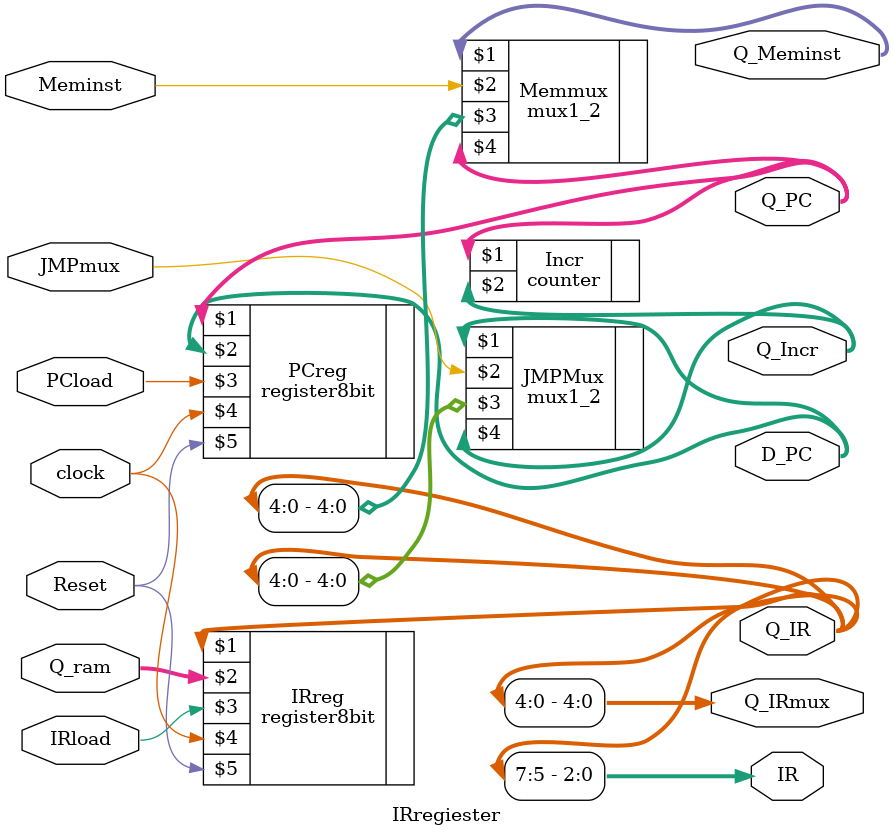
<source format=v>
module IRregiester(clock, Reset,Q_ram, IRload, Q_IR, Q_IRmux, IR, 
                    D_PC, JMPmux, Q_Incr, PCload , Q_PC, Meminst, Q_Meminst);

							
input clock, Reset, IRload, JMPmux, PCload, Meminst;
input [7:0] Q_ram;
output [7:0] Q_IR;
output [2:0] IR;
output [4:0] Q_IRmux ,D_PC, Q_Incr,Q_PC,Q_Meminst;

assign IR = Q_IR[7:5];
assign Q_IRmux = Q_IR[4:0];
		
register8bit #(.SIZE(8)) IRreg (Q_IR,Q_ram,IRload,clock,Reset); 
mux1_2 JMPMux (D_PC, JMPmux,Q_IRmux, Q_Incr);
register8bit #(.SIZE(5)) PCreg (Q_PC, D_PC, PCload, clock, Reset);
counter Incr(Q_PC, Q_Incr);
mux1_2 Memmux (Q_Meminst, Meminst, Q_IRmux, Q_PC); 

endmodule 
</source>
